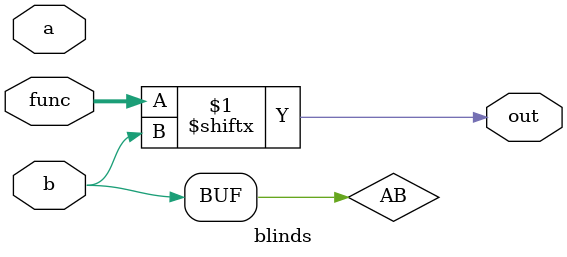
<source format=v>

`timescale 1ns / 100ps

module blinds(
    input a,
    input b,
    input [3:0] func,
    output out
    );
    
    wire   out;
	assign AB={a,b};
	assign out = func[AB];

       

endmodule

</source>
